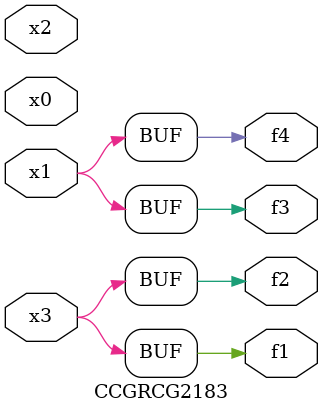
<source format=v>
module CCGRCG2183(
	input x0, x1, x2, x3,
	output f1, f2, f3, f4
);
	assign f1 = x3;
	assign f2 = x3;
	assign f3 = x1;
	assign f4 = x1;
endmodule

</source>
